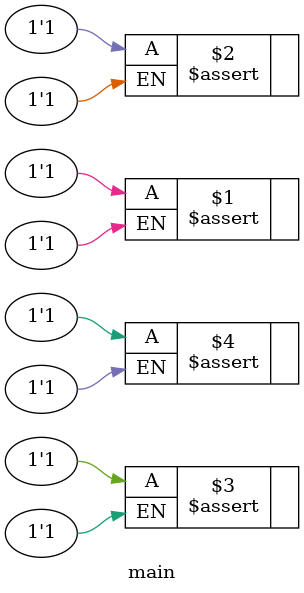
<source format=sv>
module main;

  // The type of a parameter is the type of the RHS,
  // unless specified otherwise.

  parameter p1 = 8'h13;
  assert property ($bits(p1) == 8);

  parameter p2 = 'h13;
  assert property ($bits(p2) == 32);

  parameter [9:0] p3 = 'h13;
  assert property ($bits(p3) == 10);

  parameter unsigned [31:0] p4 = -1;
  assert property (p4 == 'hffffffff);

endmodule

</source>
